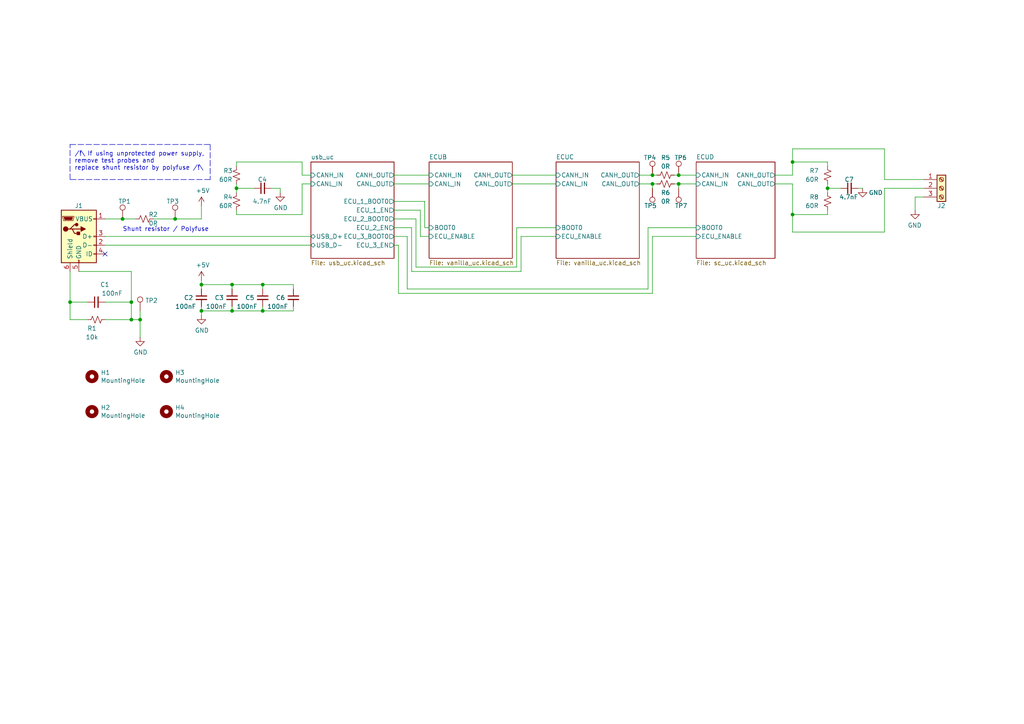
<source format=kicad_sch>
(kicad_sch (version 20211123) (generator eeschema)
  (paper "A4")
  (title_block (title "RAMN: Resistant Automotive Miniature Network V1.0") (date "2021-06-01") (rev "B2L") (company "Copyright (c) 2021 TOYOTA MOTOR CORPORATION. ALL RIGHTS RESERVED.") (comment 3 "License: CC BY-SA 4.0") (comment 4 "https://github.com/toyotainfotech/ramn"))
  (lib_symbols
    (symbol "Connector:Screw_Terminal_01x03" (pin_names (offset 1.016) hide)
      (property "Reference" "J" (at 0 5.08 0))
      (property "Value" "Screw_Terminal_01x03" (at 0 -5.08 0))
      (symbol "Screw_Terminal_01x03_1_1"
        (rectangle (start -1.27 3.81) (end 1.27 -3.81) (stroke (width 0.254)) (fill (type background)))
        (circle (center 0 -2.54) (radius 0.635) (stroke (width 0.1524)))
        (polyline (pts (xy -0.5334 -2.2098) (xy 0.3302 -3.048)) (stroke (width 0.1524)))
        (polyline (pts (xy -0.5334 0.3302) (xy 0.3302 -0.508)) (stroke (width 0.1524)))
        (polyline (pts (xy -0.5334 2.8702) (xy 0.3302 2.032)) (stroke (width 0.1524)))
        (polyline (pts (xy -0.3556 -2.032) (xy 0.508 -2.8702)) (stroke (width 0.1524)))
        (polyline (pts (xy -0.3556 0.508) (xy 0.508 -0.3302)) (stroke (width 0.1524)))
        (polyline (pts (xy -0.3556 3.048) (xy 0.508 2.2098)) (stroke (width 0.1524)))
        (circle (center 0 0) (radius 0.635) (stroke (width 0.1524)))
        (circle (center 0 2.54) (radius 0.635) (stroke (width 0.1524)))
        (pin passive line (at -5.08 2.54 0) (length 3.81) (name "Pin_1") (number "1"))
        (pin passive line (at -5.08 0 0) (length 3.81) (name "Pin_2") (number "2"))
        (pin passive line (at -5.08 -2.54 0) (length 3.81) (name "Pin_3") (number "3"))
      )
    )
    (symbol "Connector:TestPoint" (pin_numbers hide) (pin_names (offset 0.762) hide)
      (property "Reference" "TP" (at 0 6.858 0))
      (property "Value" "TestPoint" (at 0 5.08 0))
      (symbol "TestPoint_0_1"
        (circle (center 0 3.302) (radius 0.762))
      )
      (symbol "TestPoint_1_1"
        (pin passive line (at 0 0 90) (length 2.54) (name "1") (number "1"))
      )
    )
    (symbol "Connector:USB_OTG" (pin_names (offset 1.016))
      (property "Reference" "J" (at -5.08 11.43 0))
      (property "Value" "USB_OTG" (at -5.08 8.89 0))
      (symbol "USB_OTG_0_1"
        (rectangle (start -5.08 -7.62) (end 5.08 7.62) (stroke (width 0.254)) (fill (type background)))
        (circle (center -3.81 2.159) (radius 0.635) (stroke (width 0.254)) (fill (type outline)))
        (circle (center -0.635 3.429) (radius 0.381) (stroke (width 0.254)) (fill (type outline)))
        (rectangle (start -0.127 -7.62) (end 0.127 -6.858))
        (polyline (pts (xy -1.905 2.159) (xy 0.635 2.159)) (stroke (width 0.254)))
        (polyline (pts (xy -3.175 2.159) (xy -2.54 2.159) (xy -1.27 3.429) (xy -0.635 3.429)) (stroke (width 0.254)))
        (polyline (pts (xy -2.54 2.159) (xy -1.905 2.159) (xy -1.27 0.889) (xy 0 0.889)) (stroke (width 0.254)))
        (polyline (pts (xy 0.635 2.794) (xy 0.635 1.524) (xy 1.905 2.159) (xy 0.635 2.794)) (stroke (width 0.254)) (fill (type outline)))
        (polyline (pts (xy -4.318 5.588) (xy -1.778 5.588) (xy -2.032 4.826) (xy -4.064 4.826) (xy -4.318 5.588)) (fill (type outline)))
        (polyline (pts (xy -4.699 5.842) (xy -4.699 5.588) (xy -4.445 4.826) (xy -4.445 4.572) (xy -1.651 4.572) (xy -1.651 4.826) (xy -1.397 5.588) (xy -1.397 5.842) (xy -4.699 5.842)))
        (rectangle (start 0.254 1.27) (end -0.508 0.508) (stroke (width 0.254)) (fill (type outline)))
        (rectangle (start 5.08 -5.207) (end 4.318 -4.953))
        (rectangle (start 5.08 -2.667) (end 4.318 -2.413))
        (rectangle (start 5.08 -0.127) (end 4.318 0.127))
        (rectangle (start 5.08 4.953) (end 4.318 5.207))
      )
      (symbol "USB_OTG_1_1"
        (pin passive line (at 7.62 5.08 180) (length 2.54) (name "VBUS") (number "1"))
        (pin bidirectional line (at 7.62 -2.54 180) (length 2.54) (name "D-") (number "2"))
        (pin bidirectional line (at 7.62 0 180) (length 2.54) (name "D+") (number "3"))
        (pin passive line (at 7.62 -5.08 180) (length 2.54) (name "ID") (number "4"))
        (pin passive line (at 0 -10.16 90) (length 2.54) (name "GND") (number "5"))
        (pin passive line (at -2.54 -10.16 90) (length 2.54) (name "Shield") (number "6"))
      )
    )
    (symbol "Device:C_Small" (pin_numbers hide) (pin_names (offset 0.254) hide)
      (property "Reference" "C" (at 0.254 1.778 0))
      (property "Value" "C_Small" (at 0.254 -2.032 0))
      (symbol "C_Small_0_1"
        (polyline (pts (xy -1.524 -0.508) (xy 1.524 -0.508)) (stroke (width 0.3302)))
        (polyline (pts (xy -1.524 0.508) (xy 1.524 0.508)) (stroke (width 0.3048)))
      )
      (symbol "C_Small_1_1"
        (pin passive line (at 0 2.54 270) (length 2.032) (name "~") (number "1"))
        (pin passive line (at 0 -2.54 90) (length 2.032) (name "~") (number "2"))
      )
    )
    (symbol "Device:R_Small_US" (pin_numbers hide) (pin_names (offset 0.254) hide)
      (property "Reference" "R" (at 0.762 0.508 0))
      (property "Value" "R_Small_US" (at 0.762 -1.016 0))
      (symbol "R_Small_US_1_1"
        (polyline (pts (xy 0 0) (xy 1.016 -0.381) (xy 0 -0.762) (xy -1.016 -1.143) (xy 0 -1.524)))
        (polyline (pts (xy 0 1.524) (xy 1.016 1.143) (xy 0 0.762) (xy -1.016 0.381) (xy 0 0)))
        (pin passive line (at 0 2.54 270) (length 1.016) (name "~") (number "1"))
        (pin passive line (at 0 -2.54 90) (length 1.016) (name "~") (number "2"))
      )
    )
    (symbol "Mechanical:MountingHole" (pin_names (offset 1.016))
      (property "Reference" "H" (at 0 5.08 0))
      (property "Value" "MountingHole" (at 0 3.175 0))
      (symbol "MountingHole_0_1"
        (circle (center 0 0) (radius 1.27) (stroke (width 1.27)))
      )
    )
    (symbol "power:+5V" (power) (pin_names (offset 0))
      (property "Value" "+5V" (at 0 3.556 0))
      (symbol "+5V_0_1"
        (polyline (pts (xy -0.762 1.27) (xy 0 2.54)))
        (polyline (pts (xy 0 0) (xy 0 2.54)))
        (polyline (pts (xy 0 2.54) (xy 0.762 1.27)))
      )
      (symbol "+5V_1_1"
        (pin power_in line (at 0 0 90) (length 0) hide (name "+5V") (number "1"))
      )
    )
    (symbol "power:GND" (power) (pin_names (offset 0))
      (property "Value" "GND" (at 0 -3.81 0))
      (symbol "GND_0_1"
        (polyline (pts (xy 0 0) (xy 0 -1.27) (xy 1.27 -1.27) (xy 0 -2.54) (xy -1.27 -1.27) (xy 0 -1.27)))
      )
      (symbol "GND_1_1"
        (pin power_in line (at 0 0 270) (length 0) hide (name "GND") (number "1"))
      )
    )
  )
  (junction (at 76.2 90.17))
  (junction (at 76.2 82.55))
  (junction (at 68.58 54.61))
  (junction (at 196.85 53.34))
  (junction (at 229.87 62.23))
  (junction (at 35.56 63.5))
  (junction (at 196.85 50.8))
  (junction (at 240.03 54.61))
  (junction (at 58.42 90.17))
  (junction (at 20.32 87.63))
  (junction (at 38.1 92.71))
  (junction (at 67.31 82.55))
  (junction (at 189.23 53.34))
  (junction (at 50.8 63.5))
  (junction (at 189.23 50.8))
  (junction (at 58.42 82.55))
  (junction (at 40.64 92.71))
  (junction (at 229.87 46.99))
  (junction (at 38.1 87.63))
  (junction (at 67.31 90.17))
  (no_connect (at 30.48 73.66))
  (wire (pts (xy 224.79 50.8) (xy 229.87 50.8)))
  (wire (pts (xy 76.2 82.55) (xy 85.09 82.55)))
  (wire (pts (xy 121.92 60.96) (xy 114.3 60.96)))
  (polyline (pts (xy 60.96 52.07) (xy 20.32 52.07)))
  (wire (pts (xy 148.59 50.8) (xy 161.29 50.8)))
  (wire (pts (xy 240.03 53.34) (xy 240.03 54.61)))
  (wire (pts (xy 58.42 90.17) (xy 67.31 90.17)))
  (wire (pts (xy 87.63 50.8) (xy 90.17 50.8)))
  (wire (pts (xy 25.4 87.63) (xy 20.32 87.63)))
  (polyline (pts (xy 20.32 41.91) (xy 60.96 41.91)))
  (polyline (pts (xy 20.32 52.07) (xy 20.32 41.91)))
  (wire (pts (xy 20.32 78.74) (xy 20.32 87.63)))
  (wire (pts (xy 120.65 77.47) (xy 149.86 77.47)))
  (wire (pts (xy 189.23 53.34) (xy 185.42 53.34)))
  (wire (pts (xy 68.58 54.61) (xy 68.58 53.34)))
  (wire (pts (xy 189.23 68.58) (xy 189.23 85.09)))
  (wire (pts (xy 40.64 92.71) (xy 40.64 97.79)))
  (wire (pts (xy 44.45 63.5) (xy 50.8 63.5)))
  (wire (pts (xy 256.54 43.18) (xy 229.87 43.18)))
  (wire (pts (xy 58.42 82.55) (xy 58.42 83.82)))
  (wire (pts (xy 87.63 50.8) (xy 87.63 46.99)))
  (wire (pts (xy 196.85 54.61) (xy 196.85 53.34)))
  (wire (pts (xy 121.92 68.58) (xy 124.46 68.58)))
  (wire (pts (xy 68.58 48.26) (xy 68.58 46.99)))
  (wire (pts (xy 22.86 78.74) (xy 38.1 78.74)))
  (wire (pts (xy 20.32 87.63) (xy 20.32 92.71)))
  (wire (pts (xy 187.96 66.04) (xy 201.93 66.04)))
  (wire (pts (xy 123.19 58.42) (xy 123.19 66.04)))
  (wire (pts (xy 149.86 77.47) (xy 149.86 66.04)))
  (wire (pts (xy 189.23 68.58) (xy 201.93 68.58)))
  (wire (pts (xy 229.87 46.99) (xy 240.03 46.99)))
  (wire (pts (xy 67.31 90.17) (xy 67.31 88.9)))
  (wire (pts (xy 67.31 82.55) (xy 67.31 83.82)))
  (wire (pts (xy 229.87 53.34) (xy 229.87 62.23)))
  (wire (pts (xy 229.87 62.23) (xy 229.87 67.31)))
  (wire (pts (xy 39.37 63.5) (xy 35.56 63.5)))
  (wire (pts (xy 81.28 54.61) (xy 78.74 54.61)))
  (wire (pts (xy 50.8 63.5) (xy 58.42 63.5)))
  (wire (pts (xy 123.19 66.04) (xy 124.46 66.04)))
  (wire (pts (xy 224.79 53.34) (xy 229.87 53.34)))
  (polyline (pts (xy 60.96 41.91) (xy 60.96 52.07)))
  (wire (pts (xy 114.3 66.04) (xy 119.38 66.04)))
  (wire (pts (xy 68.58 46.99) (xy 87.63 46.99)))
  (wire (pts (xy 30.48 68.58) (xy 90.17 68.58)))
  (wire (pts (xy 229.87 67.31) (xy 256.54 67.31)))
  (wire (pts (xy 118.11 83.82) (xy 187.96 83.82)))
  (wire (pts (xy 114.3 71.12) (xy 115.57 71.12)))
  (wire (pts (xy 189.23 50.8) (xy 190.5 50.8)))
  (wire (pts (xy 58.42 90.17) (xy 58.42 91.44)))
  (wire (pts (xy 119.38 66.04) (xy 119.38 78.74)))
  (wire (pts (xy 67.31 90.17) (xy 76.2 90.17)))
  (wire (pts (xy 267.97 52.07) (xy 256.54 52.07)))
  (wire (pts (xy 201.93 53.34) (xy 196.85 53.34)))
  (wire (pts (xy 115.57 85.09) (xy 115.57 71.12)))
  (wire (pts (xy 38.1 87.63) (xy 38.1 92.71)))
  (wire (pts (xy 120.65 63.5) (xy 120.65 77.47)))
  (wire (pts (xy 76.2 90.17) (xy 85.09 90.17)))
  (wire (pts (xy 58.42 59.69) (xy 58.42 63.5)))
  (wire (pts (xy 256.54 52.07) (xy 256.54 43.18)))
  (wire (pts (xy 115.57 85.09) (xy 189.23 85.09)))
  (wire (pts (xy 38.1 78.74) (xy 38.1 87.63)))
  (wire (pts (xy 30.48 92.71) (xy 38.1 92.71)))
  (wire (pts (xy 189.23 54.61) (xy 189.23 53.34)))
  (wire (pts (xy 81.28 54.61) (xy 81.28 55.88)))
  (wire (pts (xy 90.17 53.34) (xy 87.63 53.34)))
  (wire (pts (xy 68.58 62.23) (xy 68.58 60.96)))
  (wire (pts (xy 114.3 50.8) (xy 124.46 50.8)))
  (wire (pts (xy 119.38 78.74) (xy 151.13 78.74)))
  (wire (pts (xy 20.32 92.71) (xy 25.4 92.71)))
  (wire (pts (xy 68.58 55.88) (xy 68.58 54.61)))
  (wire (pts (xy 190.5 53.34) (xy 189.23 53.34)))
  (wire (pts (xy 67.31 82.55) (xy 76.2 82.55)))
  (wire (pts (xy 40.64 90.17) (xy 40.64 92.71)))
  (wire (pts (xy 187.96 83.82) (xy 187.96 66.04)))
  (wire (pts (xy 149.86 66.04) (xy 161.29 66.04)))
  (wire (pts (xy 256.54 67.31) (xy 256.54 54.61)))
  (wire (pts (xy 196.85 50.8) (xy 201.93 50.8)))
  (wire (pts (xy 121.92 60.96) (xy 121.92 68.58)))
  (wire (pts (xy 243.84 54.61) (xy 240.03 54.61)))
  (wire (pts (xy 265.43 57.15) (xy 265.43 60.96)))
  (wire (pts (xy 90.17 71.12) (xy 30.48 71.12)))
  (wire (pts (xy 76.2 82.55) (xy 76.2 83.82)))
  (wire (pts (xy 76.2 90.17) (xy 76.2 88.9)))
  (wire (pts (xy 58.42 81.28) (xy 58.42 82.55)))
  (wire (pts (xy 240.03 48.26) (xy 240.03 46.99)))
  (wire (pts (xy 114.3 68.58) (xy 118.11 68.58)))
  (wire (pts (xy 114.3 63.5) (xy 120.65 63.5)))
  (wire (pts (xy 256.54 54.61) (xy 267.97 54.61)))
  (wire (pts (xy 58.42 82.55) (xy 67.31 82.55)))
  (wire (pts (xy 195.58 50.8) (xy 196.85 50.8)))
  (wire (pts (xy 114.3 58.42) (xy 123.19 58.42)))
  (wire (pts (xy 185.42 50.8) (xy 189.23 50.8)))
  (wire (pts (xy 196.85 53.34) (xy 195.58 53.34)))
  (wire (pts (xy 240.03 62.23) (xy 240.03 60.96)))
  (wire (pts (xy 151.13 78.74) (xy 151.13 68.58)))
  (wire (pts (xy 248.92 54.61) (xy 250.19 54.61)))
  (wire (pts (xy 240.03 54.61) (xy 240.03 55.88)))
  (wire (pts (xy 229.87 46.99) (xy 229.87 50.8)))
  (wire (pts (xy 85.09 82.55) (xy 85.09 83.82)))
  (wire (pts (xy 30.48 63.5) (xy 35.56 63.5)))
  (wire (pts (xy 38.1 92.71) (xy 40.64 92.71)))
  (wire (pts (xy 73.66 54.61) (xy 68.58 54.61)))
  (wire (pts (xy 240.03 62.23) (xy 229.87 62.23)))
  (wire (pts (xy 114.3 53.34) (xy 124.46 53.34)))
  (wire (pts (xy 58.42 88.9) (xy 58.42 90.17)))
  (wire (pts (xy 118.11 68.58) (xy 118.11 83.82)))
  (wire (pts (xy 87.63 53.34) (xy 87.63 62.23)))
  (wire (pts (xy 30.48 87.63) (xy 38.1 87.63)))
  (wire (pts (xy 151.13 68.58) (xy 161.29 68.58)))
  (wire (pts (xy 85.09 90.17) (xy 85.09 88.9)))
  (wire (pts (xy 229.87 43.18) (xy 229.87 46.99)))
  (wire (pts (xy 68.58 62.23) (xy 87.63 62.23)))
  (wire (pts (xy 148.59 53.34) (xy 161.29 53.34)))
  (wire (pts (xy 267.97 57.15) (xy 265.43 57.15)))
  (text "Shunt resistor / Polyfuse" (at 35.56 67.31 0) (effects (font (size 1.27 1.27)) (justify left bottom)))
  (text "/!\\ If using unprotected power supply, \nremove test probes and \nreplace shunt resistor by polyfuse /!\\" (at 21.59 49.53 0) (effects (font (size 1.27 1.27)) (justify left bottom)))
  (symbol (lib_id "Connector:TestPoint") (at 35.56 63.5 0) (unit 1)
    (property "Reference" "TP1" (at 34.29 58.42 0) (effects (justify left)))
    (property "Value" " " (at 37.0332 62.8142 0) (effects (justify left)))
    (property "Footprint" "TestPoint:TestPoint_Loop_D2.54mm_Drill1.5mm_Beaded" (effects hide))
  )
  (symbol (lib_id "Connector:TestPoint") (at 50.8 63.5 0) (unit 1)
    (property "Reference" "TP3" (at 48.26 58.42 0) (effects (justify left)))
    (property "Value" " " (at 52.2732 62.8142 0) (effects (justify left)))
    (property "Footprint" "TestPoint:TestPoint_Loop_D2.54mm_Drill1.5mm_Beaded" (effects hide))
  )
  (symbol (lib_id "Device:R_Small_US") (at 41.91 63.5 270) (unit 1)
    (property "Reference" "R2" (at 44.45 62.23 90))
    (property "Value" "0R" (at 44.45 64.77 90))
    (property "Footprint" "Resistor_SMD:R_0603_1608Metric_Pad0.98x0.95mm_HandSolder" (effects hide))
  )
  (symbol (lib_id "Connector:USB_OTG") (at 22.86 68.58 0) (unit 1)
    (property "Reference" "J1" (at 22.86 59.69 0))
    (property "Value" "USB_C_Micro" (effects hide))
    (property "Footprint" "Connector_USB:USB_Micro-B_Wuerth_629105150521_CircularHoles" (effects hide))
  )
  (symbol (lib_id "power:GND") (at 40.64 97.79 0) (unit 1)
    (property "Reference" "#PWR01" (effects hide))
    (property "Value" "GND" (at 40.767 102.1842 0))
  )
  (symbol (lib_id "power:+5V") (at 58.42 59.69 0) (unit 1)
    (property "Reference" "#PWR02" (effects hide))
    (property "Value" "+5V" (at 58.801 55.2958 0))
  )
  (symbol (lib_id "Mechanical:MountingHole") (at 26.67 109.22 0) (unit 1)
    (property "Reference" "H1" (at 29.21 108.0516 0) (effects (justify left)))
    (property "Value" "MountingHole" (at 29.21 110.363 0) (effects (justify left)))
    (property "Footprint" "MountingHole:MountingHole_3.2mm_M3_ISO7380" (effects hide))
  )
  (symbol (lib_id "Mechanical:MountingHole") (at 48.26 109.22 0) (unit 1)
    (property "Reference" "H3" (at 50.8 108.0516 0) (effects (justify left)))
    (property "Value" "MountingHole" (at 50.8 110.363 0) (effects (justify left)))
    (property "Footprint" "MountingHole:MountingHole_3.2mm_M3_ISO7380" (effects hide))
  )
  (symbol (lib_id "Device:R_Small_US") (at 193.04 50.8 270) (unit 1)
    (property "Reference" "R5" (at 193.04 45.72 90))
    (property "Value" "0R" (at 193.04 48.26 90))
    (property "Footprint" "Resistor_SMD:R_0603_1608Metric_Pad0.98x0.95mm_HandSolder" (effects hide))
  )
  (symbol (lib_id "Device:R_Small_US") (at 193.04 53.34 270) (unit 1)
    (property "Reference" "R6" (at 193.04 55.88 90))
    (property "Value" "0R" (at 193.04 58.42 90))
    (property "Footprint" "Resistor_SMD:R_0603_1608Metric_Pad0.98x0.95mm_HandSolder" (effects hide))
  )
  (symbol (lib_id "Connector:TestPoint") (at 189.23 50.8 0) (unit 1)
    (property "Reference" "TP4" (at 186.69 45.72 0) (effects (justify left)))
    (property "Value" " " (at 190.7032 50.1142 0) (effects (justify left)))
    (property "Footprint" "TestPoint:TestPoint_Loop_D2.54mm_Drill1.5mm_Beaded" (effects hide))
  )
  (symbol (lib_id "Connector:TestPoint") (at 189.23 54.61 180) (unit 1)
    (property "Reference" "TP5" (at 190.5 59.69 0) (effects (justify left)))
    (property "Value" " " (at 187.7568 55.2958 0) (effects (justify left)))
    (property "Footprint" "TestPoint:TestPoint_Loop_D2.54mm_Drill1.5mm_Beaded" (effects hide))
  )
  (symbol (lib_id "Connector:TestPoint") (at 196.85 54.61 180) (unit 1)
    (property "Reference" "TP7" (at 199.39 59.69 0) (effects (justify left)))
    (property "Value" " " (at 195.3768 55.2958 0) (effects (justify left)))
    (property "Footprint" "TestPoint:TestPoint_Loop_D2.54mm_Drill1.5mm_Beaded" (effects hide))
  )
  (symbol (lib_id "Connector:TestPoint") (at 196.85 50.8 0) (unit 1)
    (property "Reference" "TP6" (at 195.58 45.72 0) (effects (justify left)))
    (property "Value" " " (at 198.3232 50.1142 0) (effects (justify left)))
    (property "Footprint" "TestPoint:TestPoint_Loop_D2.54mm_Drill1.5mm_Beaded" (effects hide))
  )
  (symbol (lib_id "Device:R_Small_US") (at 68.58 58.42 0) (mirror y) (unit 1)
    (property "Reference" "R4" (at 64.77 57.15 0) (effects (justify right)))
    (property "Value" "60R" (at 63.5 59.69 0) (effects (justify right)))
    (property "Footprint" "Resistor_SMD:R_0603_1608Metric_Pad0.98x0.95mm_HandSolder" (effects hide))
  )
  (symbol (lib_id "Device:C_Small") (at 76.2 54.61 90) (unit 1)
    (property "Reference" "C4" (at 77.47 52.07 90) (effects (justify left)))
    (property "Value" "4.7nF" (at 78.74 58.42 90) (effects (justify left)))
    (property "Footprint" "Capacitor_SMD:C_0603_1608Metric_Pad1.08x0.95mm_HandSolder" (effects hide))
  )
  (symbol (lib_id "Device:R_Small_US") (at 68.58 50.8 0) (mirror y) (unit 1)
    (property "Reference" "R3" (at 64.77 49.53 0) (effects (justify right)))
    (property "Value" "60R" (at 63.5 52.07 0) (effects (justify right)))
    (property "Footprint" "Resistor_SMD:R_0603_1608Metric_Pad0.98x0.95mm_HandSolder" (effects hide))
  )
  (symbol (lib_id "power:GND") (at 81.28 55.88 0) (unit 1)
    (property "Reference" "#PWR05" (effects hide))
    (property "Value" "GND" (at 81.407 60.2742 0))
  )
  (symbol (lib_id "Device:R_Small_US") (at 240.03 58.42 0) (unit 1)
    (property "Reference" "R8" (at 237.49 57.15 0) (effects (justify right)))
    (property "Value" "60R" (at 237.49 59.69 0) (effects (justify right)))
    (property "Footprint" "Resistor_SMD:R_0603_1608Metric_Pad0.98x0.95mm_HandSolder" (effects hide))
  )
  (symbol (lib_id "Device:C_Small") (at 246.38 54.61 90) (mirror x) (unit 1)
    (property "Reference" "C7" (at 247.65 52.07 90) (effects (justify left)))
    (property "Value" "4.7nF" (at 248.92 57.15 90) (effects (justify left)))
    (property "Footprint" "Capacitor_SMD:C_0603_1608Metric_Pad1.08x0.95mm_HandSolder" (effects hide))
  )
  (symbol (lib_id "Device:R_Small_US") (at 240.03 50.8 0) (unit 1)
    (property "Reference" "R7" (at 237.49 49.53 0) (effects (justify right)))
    (property "Value" "60R" (at 237.49 52.07 0) (effects (justify right)))
    (property "Footprint" "Resistor_SMD:R_0603_1608Metric_Pad0.98x0.95mm_HandSolder" (effects hide))
  )
  (symbol (lib_id "power:GND") (at 250.19 54.61 0) (mirror y) (unit 1)
    (property "Reference" "#PWR06" (effects hide))
    (property "Value" "GND" (at 254 55.88 0))
  )
  (symbol (lib_id "Connector:Screw_Terminal_01x03") (at 273.05 54.61 0) (unit 1)
    (property "Reference" "J2" (at 273.05 59.69 0))
    (property "Value" "Screw_Terminal_01x03" (effects hide))
    (property "Footprint" "TerminalBlock_Phoenix:TerminalBlock_Phoenix_PTSM-0,5-3-2.5-V-THR_1x03_P2.50mm_Vertical" (effects hide))
  )
  (symbol (lib_id "power:GND") (at 265.43 60.96 0) (mirror y) (unit 1)
    (property "Reference" "#PWR07" (effects hide))
    (property "Value" "GND" (at 265.303 65.3542 0))
  )
  (symbol (lib_id "Mechanical:MountingHole") (at 26.67 119.38 0) (unit 1)
    (property "Reference" "H2" (at 29.21 118.2116 0) (effects (justify left)))
    (property "Value" "MountingHole" (at 29.21 120.523 0) (effects (justify left)))
    (property "Footprint" "MountingHole:MountingHole_3.2mm_M3_ISO7380" (effects hide))
  )
  (symbol (lib_id "Mechanical:MountingHole") (at 48.26 119.38 0) (unit 1)
    (property "Reference" "H4" (at 50.8 118.2116 0) (effects (justify left)))
    (property "Value" "MountingHole" (at 50.8 120.523 0) (effects (justify left)))
    (property "Footprint" "MountingHole:MountingHole_3.2mm_M3_ISO7380" (effects hide))
  )
  (symbol (lib_id "Connector:TestPoint") (at 40.64 90.17 0) (unit 1) (in_bom no)
    (property "Reference" "TP2" (at 42.1132 87.1728 0) (effects (justify left)))
    (property "Value" " " (at 42.1132 89.4842 0) (effects (justify left)))
    (property "Footprint" "TestPoint:TestPoint_Loop_D2.54mm_Drill1.5mm_Beaded" (effects hide))
  )
  (symbol (lib_id "Device:R_Small_US") (at 27.94 92.71 90) (unit 1)
    (property "Reference" "R1" (at 26.67 95.25 90))
    (property "Value" "10k" (at 26.67 97.79 90))
    (property "Footprint" "Resistor_SMD:R_0603_1608Metric_Pad0.98x0.95mm_HandSolder" (effects hide))
  )
  (symbol (lib_id "Device:C_Small") (at 27.94 87.63 90) (unit 1)
    (property "Reference" "C1" (at 31.75 82.55 90) (effects (justify left)))
    (property "Value" "100nF" (at 35.56 85.09 90) (effects (justify left)))
    (property "Footprint" "Capacitor_SMD:C_0603_1608Metric_Pad1.08x0.95mm_HandSolder" (effects hide))
  )
  (symbol (lib_id "Device:C_Small") (at 58.42 86.36 0) (unit 1)
    (property "Reference" "C2" (at 53.34 86.36 0) (effects (justify left)))
    (property "Value" "100nF" (at 50.8 88.9 0) (effects (justify left)))
    (property "Footprint" "Capacitor_SMD:C_0603_1608Metric_Pad1.08x0.95mm_HandSolder" (effects hide))
  )
  (symbol (lib_id "Device:C_Small") (at 67.31 86.36 0) (unit 1)
    (property "Reference" "C3" (at 62.23 86.36 0) (effects (justify left)))
    (property "Value" "100nF" (at 59.69 88.9 0) (effects (justify left)))
    (property "Footprint" "Capacitor_SMD:C_0603_1608Metric_Pad1.08x0.95mm_HandSolder" (effects hide))
  )
  (symbol (lib_id "power:GND") (at 58.42 91.44 0) (unit 1)
    (property "Reference" "#PWR04" (effects hide))
    (property "Value" "GND" (at 58.547 95.8342 0))
  )
  (symbol (lib_id "power:+5V") (at 58.42 81.28 0) (unit 1)
    (property "Reference" "#PWR03" (effects hide))
    (property "Value" "+5V" (at 58.801 76.8858 0))
  )
  (symbol (lib_id "Device:C_Small") (at 85.09 86.36 0) (unit 1)
    (property "Reference" "C6" (at 80.01 86.36 0) (effects (justify left)))
    (property "Value" "100nF" (at 77.47 88.9 0) (effects (justify left)))
    (property "Footprint" "Capacitor_SMD:C_0603_1608Metric_Pad1.08x0.95mm_HandSolder" (effects hide))
  )
  (symbol (lib_id "Device:C_Small") (at 76.2 86.36 0) (unit 1)
    (property "Reference" "C5" (at 71.12 86.36 0) (effects (justify left)))
    (property "Value" "100nF" (at 68.58 88.9 0) (effects (justify left)))
    (property "Footprint" "Capacitor_SMD:C_0603_1608Metric_Pad1.08x0.95mm_HandSolder" (effects hide))
  )
  (sheet (at 201.93 46.99) (size 22.86 27.94)
    (property "Sheet name" "ECUD" (at 201.93 46.2784 0) (effects (justify left bottom)))
    (property "Sheet file" "sc_uc.kicad_sch" (at 201.93 75.5146 0) (effects (justify left top)))
    (pin "CANL_OUT" output (at 224.79 53.34 0))
    (pin "CANL_IN" input (at 201.93 53.34 180))
    (pin "CANH_OUT" output (at 224.79 50.8 0))
    (pin "CANH_IN" input (at 201.93 50.8 180))
    (pin "ECU_ENABLE" input (at 201.93 68.58 180))
    (pin "BOOT0" input (at 201.93 66.04 180))
  )
  (sheet (at 124.46 46.99) (size 24.13 27.94)
    (property "Sheet name" "ECUB" (at 124.46 46.2784 0) (effects (justify left bottom)))
    (property "Sheet file" "vanilla_uc.kicad_sch" (at 124.46 75.5146 0) (effects (justify left top)))
    (pin "CANL_OUT" output (at 148.59 53.34 0))
    (pin "CANL_IN" input (at 124.46 53.34 180))
    (pin "CANH_OUT" output (at 148.59 50.8 0))
    (pin "CANH_IN" input (at 124.46 50.8 180))
    (pin "ECU_ENABLE" input (at 124.46 68.58 180))
    (pin "BOOT0" input (at 124.46 66.04 180))
  )
  (sheet (at 90.17 46.99) (size 24.13 27.94)
    (property "Sheet name" "usb_uc" (at 90.17 46.2784 0) (effects (justify left bottom)))
    (property "Sheet file" "usb_uc.kicad_sch" (at 90.17 75.5146 0) (effects (justify left top)))
    (pin "CANL_OUT" output (at 114.3 53.34 0))
    (pin "CANL_IN" input (at 90.17 53.34 180))
    (pin "CANH_OUT" output (at 114.3 50.8 0))
    (pin "CANH_IN" input (at 90.17 50.8 180))
    (pin "USB_D-" bidirectional (at 90.17 71.12 180))
    (pin "USB_D+" bidirectional (at 90.17 68.58 180))
    (pin "ECU_3_EN" output (at 114.3 71.12 0))
    (pin "ECU_2_EN" output (at 114.3 66.04 0))
    (pin "ECU_1_EN" output (at 114.3 60.96 0))
    (pin "ECU_2_BOOT0" output (at 114.3 63.5 0))
    (pin "ECU_3_BOOT0" output (at 114.3 68.58 0))
    (pin "ECU_1_BOOT0" output (at 114.3 58.42 0))
  )
  (sheet (at 161.29 46.99) (size 24.13 27.94)
    (property "Sheet name" "ECUC" (at 161.29 46.2784 0) (effects (justify left bottom)))
    (property "Sheet file" "vanilla_uc.kicad_sch" (at 161.29 75.5146 0) (effects (justify left top)))
    (pin "CANL_OUT" output (at 185.42 53.34 0))
    (pin "CANL_IN" input (at 161.29 53.34 180))
    (pin "CANH_OUT" output (at 185.42 50.8 0))
    (pin "CANH_IN" input (at 161.29 50.8 180))
    (pin "ECU_ENABLE" input (at 161.29 68.58 180))
    (pin "BOOT0" input (at 161.29 66.04 180))
  )
)
</source>
